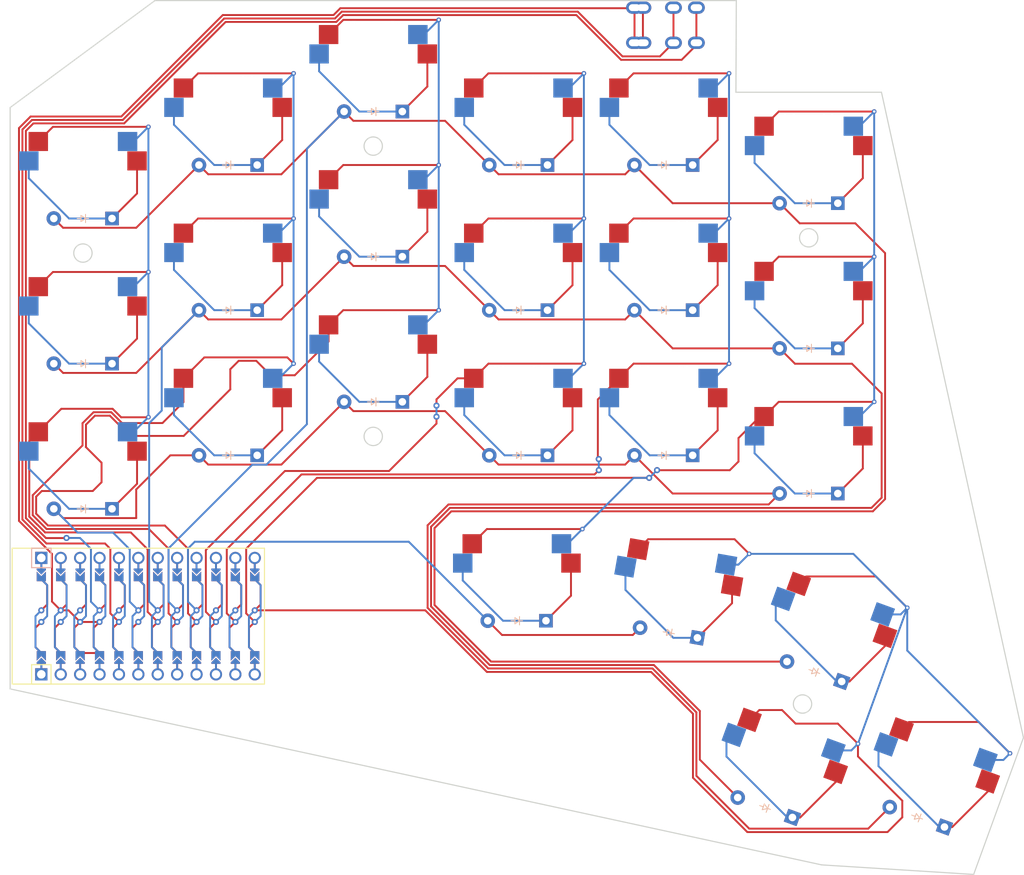
<source format=kicad_pcb>
(kicad_pcb (version 20211014) (generator pcbnew)
  (title_block (title "work_pcb") (rev "v1.0.0") (company "Unknown"))
  (layers (0 "F.Cu" signal) (31 "B.Cu" signal) (34 "B.Paste" user) (35 "F.Paste" user) (36 "B.SilkS" user "B.Silkscreen") (37 "F.SilkS" user "F.Silkscreen") (38 "B.Mask" user) (39 "F.Mask" user) (44 "Edge.Cuts" user))
  (net 0 "")
  (net 1 "pinky_bottom")
  (net 2 "P4")
  (net 3 "pinky_home")
  (net 4 "pinky_top")
  (net 5 "ring_bottom")
  (net 6 "P5")
  (net 7 "ring_home")
  (net 8 "ring_top")
  (net 9 "middle_bottom")
  (net 10 "P6")
  (net 11 "middle_home")
  (net 12 "middle_top")
  (net 13 "index_bottom")
  (net 14 "P7")
  (net 15 "index_home")
  (net 16 "index_top")
  (net 17 "inner_bottom")
  (net 18 "P8")
  (net 19 "inner_home")
  (net 20 "inner_top")
  (net 21 "extra_bottom")
  (net 22 "P9")
  (net 23 "extra_home")
  (net 24 "extra_top")
  (net 25 "pos1_wextra")
  (net 26 "pos2_cluster")
  (net 27 "P10")
  (net 28 "pos3_cluster")
  (net 29 "pos4_cluster")
  (net 30 "pos5_cluster")
  (net 31 "P20")
  (net 32 "P19")
  (net 33 "P18")
  (net 34 "P15")
  (net 35 "RAW")
  (net 36 "GND")
  (net 37 "RST")
  (net 38 "VCC")
  (net 39 "P21")
  (net 40 "P14")
  (net 41 "P16")
  (net 42 "P1")
  (net 43 "P0")
  (net 44 "P2")
  (net 45 "P3")
  (footprint "MX" (layer "F.Cu") (at 181.38 105.69)
    (fp_text reference "S14" hide)
    (fp_text value "" hide)
  )
  (footprint "ComboDiode" (layer "F.Cu") (at 124.38 110.69 180)
    (fp_text reference "D5" hide)
    (fp_text value "" hide)
  )
  (footprint "MX" (layer "F.Cu") (at 200.38 129.69)
    (fp_text reference "S16" hide)
    (fp_text value "" hide)
  )
  (footprint "VIA-0.6mm" (layer "F.Cu") (at 208.9525 103.69)
    (fp_text reference "")
    (fp_text value "")
  )
  (footprint "VIA-0.6mm" (layer "F.Cu") (at 132.9525 79.69)
    (fp_text reference "")
    (fp_text value "")
  )
  (footprint "ComboDiode" (layer "F.Cu") (at 181.38 129.69 180)
    (fp_text reference "D13" hide)
    (fp_text value "" hide)
  )
  (footprint "ComboDiode" (layer "F.Cu") (at 143.38 103.69 180)
    (fp_text reference "D8" hide)
    (fp_text value "" hide)
  )
  (footprint "VIA-0.6mm" (layer "F.Cu") (at 170.7525 139.34)
    (fp_text reference "")
    (fp_text value "")
  )
  (footprint "ComboDiode" (layer "F.Cu") (at 182.061759 152.914039 170)
    (fp_text reference "D20" hide)
    (fp_text value "" hide)
  )
  (footprint "VIA-0.6mm" (layer "F.Cu") (at 151.9525 91.69)
    (fp_text reference "")
    (fp_text value "")
  )
  (footprint "VIA-0.6mm" (layer "F.Cu") (at 170.9525 117.69)
    (fp_text reference "")
    (fp_text value "")
  )
  (footprint "VIA-0.6mm" (layer "F.Cu") (at 226.729656 168.694119 -20)
    (fp_text reference "")
    (fp_text value "")
  )
  (footprint "VIA-0.6mm" (layer "F.Cu") (at 113.9525 105.69)
    (fp_text reference "")
    (fp_text value "")
  )
  (footprint "VIA-0.6mm" (layer "F.Cu") (at 189.9525 98.69)
    (fp_text reference "")
    (fp_text value "")
  )
  (footprint "VIA-0.6mm" (layer "F.Cu") (at 189.9525 79.69)
    (fp_text reference "")
    (fp_text value "")
  )
  (footprint "VIA-0.6mm" (layer "F.Cu") (at 151.9525 110.69)
    (fp_text reference "")
    (fp_text value "")
  )
  (footprint "ComboDiode" (layer "F.Cu") (at 181.38 110.69 180)
    (fp_text reference "D14" hide)
    (fp_text value "" hide)
  )
  (footprint "MX" (layer "F.Cu") (at 200.38 91.69)
    (fp_text reference "S18" hide)
    (fp_text value "" hide)
  )
  (footprint "MX" (layer "F.Cu") (at 105.38 131.69)
    (fp_text reference "S1" hide)
    (fp_text value "" hide)
  )
  (footprint "TRRS-PJ-320A-dual" (layer "F.Cu") (at 188.88 75.69 -90)
    (fp_text reference "TRRS1")
    (fp_text value "TRRS-PJ-320A-dual")
  )
  (footprint "ComboDiode" (layer "F.Cu") (at 105.38 98.69 180)
    (fp_text reference "D3" hide)
    (fp_text value "" hide)
  )
  (footprint "MX" (layer "F.Cu") (at 162.38 86.69)
    (fp_text reference "S12" hide)
    (fp_text value "" hide)
  )
  (footprint "MX" (layer "F.Cu") (at 124.38 124.69)
    (fp_text reference "S4" hide)
    (fp_text value "" hide)
  )
  (footprint "MX" (layer "F.Cu") (at 124.38 105.69)
    (fp_text reference "S5" hide)
    (fp_text value "" hide)
  )
  (footprint "VIA-0.6mm" (layer "F.Cu") (at 170.9525 98.69)
    (fp_text reference "")
    (fp_text value "")
  )
  (footprint "VIA-0.6mm" (layer "F.Cu") (at 113.9525 124.69)
    (fp_text reference "")
    (fp_text value "")
  )
  (footprint "ComboDiode" (layer "F.Cu") (at 124.38 129.69 180)
    (fp_text reference "D4" hide)
    (fp_text value "" hide)
  )
  (footprint "MX" (layer "F.Cu") (at 216.28 172.34 -20)
    (fp_text reference "S23" hide)
    (fp_text value "" hide)
  )
  (footprint "ComboDiode" (layer "F.Cu") (at 200.38 115.69 180)
    (fp_text reference "D17" hide)
    (fp_text value "" hide)
  )
  (footprint "MX" (layer "F.Cu") (at 182.93 147.99 -10)
    (fp_text reference "S20" hide)
    (fp_text value "" hide)
  )
  (footprint "MX" (layer "F.Cu") (at 162.38 105.69)
    (fp_text reference "S11" hide)
    (fp_text value "" hide)
  )
  (footprint "VIA-0.6mm" (layer "F.Cu") (at 206.829656 167.444119 -20)
    (fp_text reference "")
    (fp_text value "")
  )
  (footprint "VIA-0.6mm" (layer "F.Cu") (at 189.9525 117.69)
    (fp_text reference "")
    (fp_text value "")
  )
  (footprint "ProMicro" (layer "F.Cu") (at 113.905 150.74)
    (fp_text reference "MCU1" hide)
    (fp_text value "")
  )
  (footprint "ComboDiode" (layer "F.Cu") (at 201.119899 157.988463 160)
    (fp_text reference "D21" hide)
    (fp_text value "" hide)
  )
  (footprint "MX" (layer "F.Cu") (at 200.38 110.69)
    (fp_text reference "S17" hide)
    (fp_text value "" hide)
  )
  (footprint "MX" (layer "F.Cu") (at 124.38 86.69)
    (fp_text reference "S6" hide)
    (fp_text value "" hide)
  )
  (footprint "ComboDiode" (layer "F.Cu") (at 105.38 136.69 180)
    (fp_text reference "D1" hide)
    (fp_text value "" hide)
  )
  (footprint "VIA-0.6mm" (layer "F.Cu") (at 151.9525 72.69)
    (fp_text reference "")
    (fp_text value "")
  )
  (footprint "MX" (layer "F.Cu") (at 105.38 112.69)
    (fp_text reference "S2" hide)
    (fp_text value "" hide)
  )
  (footprint "VIA-0.6mm" (layer "F.Cu") (at 113.9525 86.69)
    (fp_text reference "")
    (fp_text value "")
  )
  (footprint "ComboDiode" (layer "F.Cu") (at 194.669899 175.788463 160)
    (fp_text reference "D22" hide)
    (fp_text value "" hide)
  )
  (footprint "ComboDiode" (layer "F.Cu") (at 105.38 117.69 180)
    (fp_text reference "D2" hide)
    (fp_text value "" hide)
  )
  (footprint "ComboDiode" (layer "F.Cu") (at 162.38 91.69 180)
    (fp_text reference "D12" hide)
    (fp_text value "" hide)
  )
  (footprint "ComboDiode" (layer "F.Cu") (at 181.38 91.69 180)
    (fp_text reference "D15" hide)
    (fp_text value "" hide)
  )
  (footprint "ComboDiode" (layer "F.Cu") (at 200.38 96.69 180)
    (fp_text reference "D18" hide)
    (fp_text value "" hide)
  )
  (footprint "MX" (layer "F.Cu") (at 143.38 117.69)
    (fp_text reference "S7" hide)
    (fp_text value "" hide)
  )
  (footprint "VIA-0.6mm" (layer "F.Cu") (at 132.9525 98.69)
    (fp_text reference "")
    (fp_text value "")
  )
  (footprint "VIA-0.6mm" (layer "F.Cu") (at 208.9525 84.69)
    (fp_text reference "")
    (fp_text value "")
  )
  (footprint "VIA-0.6mm" (layer "F.Cu") (at 213.279656 149.644119 -20)
    (fp_text reference "")
    (fp_text value "")
  )
  (footprint "MX" (layer "F.Cu") (at 105.38 93.69)
    (fp_text reference "S3" hide)
    (fp_text value "" hide)
  )
  (footprint "VIA-0.6mm" (layer "F.Cu") (at 192.587802 142.584945 -10)
    (fp_text reference "")
    (fp_text value "")
  )
  (footprint "ComboDiode" (layer "F.Cu") (at 214.569899 177.038463 160)
    (fp_text reference "D23" hide)
    (fp_text value "" hide)
  )
  (footprint "MX" (layer "F.Cu") (at 162.38 124.69)
    (fp_text reference "S10" hide)
    (fp_text value "" hide)
  )
  (footprint "ComboDiode" (layer "F.Cu") (at 162.38 110.69 180)
    (fp_text reference "D11" hide)
    (fp_text value "" hide)
  )
  (footprint "MX" (layer "F.Cu") (at 143.38 79.69)
    (fp_text reference "S9" hide)
    (fp_text value "" hide)
  )
  (footprint "MX" (layer "F.Cu") (at 143.38 98.69)
    (fp_text reference "S8" hide)
    (fp_text value "" hide)
  )
  (footprint "VIA-0.6mm" (layer "F.Cu") (at 208.9525 122.69)
    (fp_text reference "")
    (fp_text value "")
  )
  (footprint "VIA-0.6mm" (layer "F.Cu") (at 170.9525 79.69)
    (fp_text reference "")
    (fp_text value "")
  )
  (footprint "MX" (layer "F.Cu") (at 196.38 171.09 -20)
    (fp_text reference "S22" hide)
    (fp_text value "" hide)
  )
  (footprint "ComboDiode" (layer "F.Cu") (at 200.38 134.69 180)
    (fp_text reference "D16" hide)
    (fp_text value "" hide)
  )
  (footprint "MX" (layer "F.Cu") (at 181.38 86.69)
    (fp_text reference "S15" hide)
    (fp_text value "" hide)
  )
  (footprint "MX" (layer "F.Cu") (at 181.38 124.69)
    (fp_text reference "S13" hide)
    (fp_text value "" hide)
  )
  (footprint "ComboDiode" (layer "F.Cu") (at 162.38 129.69 180)
    (fp_text reference "D10" hide)
    (fp_text value "" hide)
  )
  (footprint "VIA-0.6mm" (layer "F.Cu") (at 132.9525 117.69)
    (fp_text reference "")
    (fp_text value "")
  )
  (footprint "ComboDiode" (layer "F.Cu") (at 124.38 91.69 180)
    (fp_text reference "D6" hide)
    (fp_text value "" hide)
  )
  (footprint "ComboDiode" (layer "F.Cu") (at 143.38 84.69 180)
    (fp_text reference "D9" hide)
    (fp_text value "" hide)
  )
  (footprint "ComboDiode" (layer "F.Cu") (at 143.38 122.69 180)
    (fp_text reference "D7" hide)
    (fp_text value "" hide)
  )
  (footprint "ComboDiode" (layer "F.Cu") (at 162.18 151.34 180)
    (fp_text reference "D19" hide)
    (fp_text value "" hide)
  )
  (footprint "MX" (layer "F.Cu") (at 202.83 153.29 -20)
    (fp_text reference "S21" hide)
    (fp_text value "" hide)
  )
  (footprint "MX" (layer "F.Cu") (at 162.18 146.34)
    (fp_text reference "S19" hide)
    (fp_text value "" hide)
  )
  (gr_circle (center 200.38 101.215) (end 201.58 101.215) (layer "Edge.Cuts") (width 0.15) (fill none))
  (gr_circle (center 105.38 103.215) (end 106.58 103.215) (layer "Edge.Cuts") (width 0.15) (fill none))
  (gr_circle (center 199.572258 162.240572) (end 200.772258 162.240572) (layer "Edge.Cuts") (width 0.15) (fill none))
  (gr_line (start 202.07283 183.298314) (end 221.97283 184.548314) (layer "Edge.Cuts") (width 0.15))
  (gr_line (start 228.488314 166.64717) (end 209.905 82.165) (layer "Edge.Cuts") (width 0.15))
  (gr_line (start 190.855 82.165) (end 190.905 70.165) (layer "Edge.Cuts") (width 0.15))
  (gr_line (start 114.805 70.165) (end 95.855 84.165) (layer "Edge.Cuts") (width 0.15))
  (gr_line (start 114.805 70.165) (end 190.905 70.165) (layer "Edge.Cuts") (width 0.15))
  (gr_line (start 95.855 160.265) (end 202.07283 183.298314) (layer "Edge.Cuts") (width 0.15))
  (gr_line (start 95.855 84.165) (end 95.855 160.265) (layer "Edge.Cuts") (width 0.15))
  (gr_line (start 209.905 82.165) (end 190.855 82.165) (layer "Edge.Cuts") (width 0.15))
  (gr_line (start 221.97283 184.548314) (end 228.488314 166.64717) (layer "Edge.Cuts") (width 0.15))
  (gr_circle (center 143.38 89.215) (end 144.58 89.215) (layer "Edge.Cuts") (width 0.15) (fill none))
  (gr_circle (center 143.38 127.215) (end 144.58 127.215) (layer "Edge.Cuts") (width 0.15) (fill none))
  (segment (start 112.465 129.15) (end 112.465 133.415) (width 0.25) (layer "F.Cu") (net 1))
  (segment (start 112.465 133.415) (end 109.19 136.69) (width 0.25) (layer "F.Cu") (net 1))
  (segment (start 103.566992 136.69) (end 109.19 136.69) (width 0.25) (layer "B.Cu") (net 1))
  (segment (start 98.295 131.418008) (end 103.566992 136.69) (width 0.25) (layer "B.Cu") (net 1))
  (segment (start 98.295 129.15) (end 98.295 131.418008) (width 0.25) (layer "B.Cu") (net 1))
  (segment (start 101.458 86.69) (end 113.9525 86.69) (width 0.25) (layer "F.Cu") (net 2))
  (segment (start 99.538 107.61) (end 101.458 105.69) (width 0.25) (layer "F.Cu") (net 2))
  (segment (start 113.85052 150.17752) (end 113.85052 141.99052) (width 0.25) (layer "F.Cu") (net 2))
  (segment (start 110.381436 124.71) (end 113.9325 124.71) (width 0.25) (layer "F.Cu") (net 2))
  (segment (start 99.396212 138.75048) (end 98.35952 137.713788) (width 0.25) (layer "F.Cu") (net 2))
  (segment (start 99.538 126.61) (end 102.548 123.6) (width 0.25) (layer "F.Cu") (net 2))
  (segment (start 115.175 151.502) (end 113.85052 150.17752) (width 0.25) (layer "F.Cu") (net 2))
  (segment (start 113.85052 141.99052) (end 111.640989 139.780989) (width 0.25) (layer "F.Cu") (net 2))
  (segment (start 102.548 123.6) (end 109.271436 123.6) (width 0.25) (layer "F.Cu") (net 2))
  (segment (start 98.35952 137.713788) (end 98.35952 127.78848) (width 0.25) (layer "F.Cu") (net 2))
  (segment (start 113.9325 124.71) (end 113.9525 124.69) (width 0.25) (layer "F.Cu") (net 2))
  (segment (start 99.538 88.61) (end 101.458 86.69) (width 0.25) (layer "F.Cu") (net 2))
  (segment (start 100.436707 139.780989) (end 99.406198 138.75048) (width 0.25) (layer "F.Cu") (net 2))
  (segment (start 98.35952 127.78848) (end 99.538 126.61) (width 0.25) (layer "F.Cu") (net 2))
  (segment (start 101.458 105.69) (end 113.9525 105.69) (width 0.25) (layer "F.Cu") (net 2))
  (segment (start 99.406198 138.75048) (end 99.396212 138.75048) (width 0.25) (layer "F.Cu") (net 2))
  (segment (start 109.271436 123.6) (end 110.381436 124.71) (width 0.25) (layer "F.Cu") (net 2))
  (segment (start 111.640989 139.780989) (end 100.436707 139.780989) (width 0.25) (layer "F.Cu") (net 2))
  (segment (start 112.0325 126.61) (end 113.9525 124.69) (width 0.25) (layer "B.Cu") (net 2))
  (segment (start 112.0325 107.61) (end 113.9525 105.69) (width 0.25) (layer "B.Cu") (net 2))
  (segment (start 113.9525 105.69) (end 113.9525 124.69) (width 0.25) (layer "B.Cu") (net 2))
  (segment (start 111.222 88.61) (end 112.0325 88.61) (width 0.25) (layer "B.Cu") (net 2))
  (segment (start 111.222 107.61) (end 112.0325 107.61) (width 0.25) (layer "B.Cu") (net 2))
  (segment (start 112.0325 88.61) (end 113.9525 86.69) (width 0.25) (layer "B.Cu") (net 2))
  (segment (start 113.9525 86.69) (end 113.9525 105.69) (width 0.25) (layer "B.Cu") (net 2))
  (segment (start 111.222 126.61) (end 112.0325 126.61) (width 0.25) (layer "B.Cu") (net 2))
  (segment (start 112.465 110.15) (end 112.465 114.415) (width 0.25) (layer "F.Cu") (net 3))
  (segment (start 112.465 114.415) (end 109.19 117.69) (width 0.25) (layer "F.Cu") (net 3))
  (segment (start 98.295 110.15) (end 98.295 112.418008) (width 0.25) (layer "B.Cu") (net 3))
  (segment (start 103.566992 117.69) (end 109.19 117.69) (width 0.25) (layer "B.Cu") (net 3))
  (segment (start 98.295 112.418008) (end 103.566992 117.69) (width 0.25) (layer "B.Cu") (net 3))
  (segment (start 112.465 95.415) (end 109.19 98.69) (width 0.25) (layer "F.Cu") (net 4))
  (segment (start 112.465 91.15) (end 112.465 95.415) (width 0.25) (layer "F.Cu") (net 4))
  (segment (start 103.566992 98.69) (end 109.19 98.69) (width 0.25) (layer "B.Cu") (net 4))
  (segment (start 98.295 91.15) (end 98.295 93.418008) (width 0.25) (layer "B.Cu") (net 4))
  (segment (start 98.295 93.418008) (end 103.566992 98.69) (width 0.25) (layer "B.Cu") (net 4))
  (segment (start 131.465 122.15) (end 131.465 126.415) (width 0.25) (layer "F.Cu") (net 5))
  (segment (start 131.465 126.415) (end 128.19 129.69) (width 0.25) (layer "F.Cu") (net 5))
  (segment (start 122.566992 129.69) (end 128.19 129.69) (width 0.25) (layer "B.Cu") (net 5))
  (segment (start 117.295 124.418008) (end 122.566992 129.69) (width 0.25) (layer "B.Cu") (net 5))
  (segment (start 117.295 122.15) (end 117.295 124.418008) (width 0.25) (layer "B.Cu") (net 5))
  (segment (start 101.525421 132.195125) (end 101.525421 132.197587) (width 0.25) (layer "F.Cu") (net 6))
  (segment (start 118.538 100.61) (end 120.458 98.69) (width 0.25) (layer "F.Cu") (net 6))
  (segment (start 116.590489 150.377489) (end 117.715 151.502) (width 0.25) (layer "F.Cu") (net 6))
  (segment (start 98.80904 134.911506) (end 98.80904 137.517604) (width 0.25) (layer "F.Cu") (net 6))
  (segment (start 118.538 81.61) (end 120.458 79.69) (width 0.25) (layer "F.Cu") (net 6))
  (segment (start 118.538 119.61) (end 118.538 122.722) (width 0.25) (layer "F.Cu") (net 6))
  (segment (start 100.807587 132.915421) (end 100.805125 132.915421) (width 0.25) (layer "F.Cu") (net 6))
  (segment (start 100.805125 132.915421) (end 98.80904 134.911506) (width 0.25) (layer "F.Cu") (net 6))
  (segment (start 109.085238 124.04952) (end 106.77048 124.04952) (width 0.25) (layer "F.Cu") (net 6))
  (segment (start 118.538 122.722) (end 115.794099 125.465901) (width 0.25) (layer "F.Cu") (net 6))
  (segment (start 118.538 119.61) (end 121.278 116.87) (width 0.25) (layer "F.Cu") (net 6))
  (segment (start 121.278 116.87) (end 132.1325 116.87) (width 0.25) (layer "F.Cu") (net 6))
  (segment (start 106.77048 124.04952) (end 105.33 125.49) (width 0.25) (layer "F.Cu") (net 6))
  (segment (start 100.622905 139.331469) (end 114.011469 139.331469) (width 0.25) (layer "F.Cu") (net 6))
  (segment (start 132.1325 116.87) (end 132.9525 117.69) (width 0.25) (layer "F.Cu") (net 6))
  (segment (start 105.33 128.390546) (end 101.525421 132.195125) (width 0.25) (layer "F.Cu") (net 6))
  (segment (start 110.501619 125.465901) (end 109.085238 124.04952) (width 0.25) (layer "F.Cu") (net 6))
  (segment (start 101.525421 132.197587) (end 100.807587 132.915421) (width 0.25) (layer "F.Cu") (net 6))
  (segment (start 120.458 98.69) (end 132.9525 98.69) (width 0.25) (layer "F.Cu") (net 6))
  (segment (start 116.590489 141.910489) (end 116.590489 150.377489) (width 0.25) (layer "F.Cu") (net 6))
  (segment (start 115.794099 125.465901) (end 110.501619 125.465901) (width 0.25) (layer "F.Cu") (net 6))
  (segment (start 114.011469 139.331469) (end 116.590489 141.910489) (width 0.25) (layer "F.Cu") (net 6))
  (segment (start 120.458 79.69) (end 132.9525 79.69) (width 0.25) (layer "F.Cu") (net 6))
  (segment (start 105.33 125.49) (end 105.33 128.390546) (width 0.25) (layer "F.Cu") (net 6))
  (segment (start 98.80904 137.517604) (end 100.622905 139.331469) (width 0.25) (layer "F.Cu") (net 6))
  (segment (start 131.0325 81.61) (end 132.9525 79.69) (width 0.25) (layer "B.Cu") (net 6))
  (segment (start 130.222 81.61) (end 131.0325 81.61) (width 0.25) (layer "B.Cu") (net 6))
  (segment (start 130.222 119.61) (end 131.0325 119.61) (width 0.25) (layer "B.Cu") (net 6))
  (segment (start 130.222 100.61) (end 131.0325 100.61) (width 0.25) (layer "B.Cu") (net 6))
  (segment (start 132.9525 117.69) (end 132.9525 98.69) (width 0.25) (layer "B.Cu") (net 6))
  (segment (start 132.9525 79.69) (end 132.9525 98.69) (width 0.25) (layer "B.Cu") (net 6))
  (segment (start 131.0325 119.61) (end 132.9525 117.69) (width 0.25) (layer "B.Cu") (net 6))
  (segment (start 131.0325 100.61) (end 132.9525 98.69) (width 0.25) (layer "B.Cu") (net 6))
  (segment (start 131.465 107.415) (end 128.19 110.69) (width 0.25) (layer "F.Cu") (net 7))
  (segment (start 131.465 103.15) (end 131.465 107.415) (width 0.25) (layer "F.Cu") (net 7))
  (segment (start 117.295 103.15) (end 117.295 105.418008) (width 0.25) (layer "B.Cu") (net 7))
  (segment (start 122.566992 110.69) (end 128.19 110.69) (width 0.25) (layer "B.Cu") (net 7))
  (segment (start 117.295 105.418008) (end 122.566992 110.69) (width 0.25) (layer "B.Cu") (net 7))
  (segment (start 131.465 84.15) (end 131.465 88.415) (width 0.25) (layer "F.Cu") (net 8))
  (segment (start 131.465 88.415) (end 128.19 91.69) (width 0.25) (layer "F.Cu") (net 8))
  (segment (start 117.295 84.15) (end 117.295 86.418008) (width 0.25) (layer "B.Cu") (net 8))
  (segment (start 117.295 86.418008) (end 122.566992 91.69) (width 0.25) (layer "B.Cu") (net 8))
  (segment (start 122.566992 91.69) (end 128.19 91.69) (width 0.25) (layer "B.Cu") (net 8))
  (segment (start 150.465 119.415) (end 147.19 122.69) (width 0.25) (layer "F.Cu") (net 9))
  (segment (start 150.465 115.15) (end 150.465 119.415) (width 0.25) (layer "F.Cu") (net 9))
  (segment (start 136.295 117.418008) (end 141.566992 122.69) (width 0.25) (layer "B.Cu") (net 9))
  (segment (start 141.566992 122.69) (end 147.19 122.69) (width 0.25) (layer "B.Cu") (net 9))
  (segment (start 136.295 115.15) (end 136.295 117.418008) (width 0.25) (layer "B.Cu") (net 9))
  (segment (start 123.401429 122.321579) (end 124.67 121.053008) (width 0.25) (layer "F.Cu") (net 10))
  (segment (start 99.998726 134.36) (end 106.67 134.36) (width 0.25) (layer "F.Cu") (net 10))
  (segment (start 139.458 72.69) (end 151.9525 72.69) (width 0.25) (layer "F.Cu") (net 10))
  (segment (start 128.06952 117.31952) (end 129.96 119.21) (width 0.25) (layer "F.Cu") (net 10))
  (segment (start 99.25856 137.331405) (end 99.25856 135.100166) (width 0.25) (layer "F.Cu") (net 10))
  (segment (start 119.14 150.387) (end 119.14 143.5953) (width 0.25) (layer "F.Cu") (net 10))
  (segment (start 99.25856 135.100166) (end 99.998726 134.36) (width 0.25) (layer "F.Cu") (net 10))
  (segment (start 137.538 114.782) (end 137.538 112.61) (width 0.25) (layer "F.Cu") (net 10))
  (segment (start 124.67 118.42) (end 125.77048 117.31952) (width 0.25) (layer "F.Cu") (net 10))
  (segment (start 137.538 93.61) (end 139.458 91.69) (width 0.25) (layer "F.Cu") (net 10))
  (segment (start 105.77952 128.576743) (end 105.77952 125.676198) (width 0.25) (layer "F.Cu") (net 10))
  (segment (start 137.538 74.61) (end 139.458 72.69) (width 0.25) (layer "F.Cu") (net 10))
  (segment (start 122.011579 123.708967) (end 123.398967 122.321579) (width 0.25) (layer "F.Cu") (net 10))
  (segment (start 119.14 143.5953) (end 119.130489 143.585789) (width 0.25) (layer "F.Cu") (net 10))
  (segment (start 108.89904 124.49904) (end 111.55 127.15) (width 0.25) (layer "F.Cu") (net 10))
  (segment (start 123.398967 122.321579) (end 123.401429 122.321579) (width 0.25) (layer "F.Cu") (net 10))
  (segment (start 124.67 121.053008) (end 124.67 118.42) (width 0.25) (layer "F.Cu") (net 10))
  (segment (start 106.67 134.36) (end 107.82 133.21) (width 0.25) (layer "F.Cu") (net 10))
  (segment (start 106.956678 124.49904) (end 108.89904 124.49904) (width 0.25) (layer "F.Cu") (net 10))
  (segment (start 105.758132 128.598132) (end 105.77952 128.576743) (width 0.25) (layer "F.Cu") (net 10))
  (segment (start 125.77048 117.31952) (end 128.06952 117.31952) (width 0.25) (layer "F.Cu") (net 10))
  (segment (start 105.77952 125.676198) (end 106.956678 124.49904) (width 0.25) (layer "F.Cu") (net 10))
  (segment (start 118.573008 127.15) (end 122.011579 123.711429) (width 0.25) (layer "F.Cu") (net 10))
  (segment (start 100.809104 138.881949) (end 99.25856 137.331405) (width 0.25) (layer "F.Cu") (net 10))
  (segment (start 133.11 119.21) (end 137.538 114.782) (width 0.25) (layer "F.Cu") (net 10))
  (segment (start 107.82 133.21) (end 107.82 130.66) (width 0.25) (layer "F.Cu") (net 10))
  (segment (start 119.130489 141.910489) (end 116.101949 138.881949) (width 0.25) (layer "F.Cu") (net 10))
  (segment (start 119.130489 143.585789) (end 119.130489 141.910489) (width 0.25) (layer "F.Cu") (net 10))
  (segment (start 107.82 130.66) (end 105.758132 128.598132) (width 0.25) (layer "F.Cu") (net 10))
  (segment (start 122.011579 123.711429) (end 122.011579 123.708967) (width 0.25) (layer "F.Cu") (net 10))
  (segment (start 139.458 110.69) (end 151.9525 110.69) (width 0.25) (layer "F.Cu") (net 10))
  (segment (start 137.538 112.61) (end 139.458 110.69) (width 0.25) (layer "F.Cu") (net 10))
  (segment (start 111.55 127.15) (end 118.573008 127.15) (width 0.25) (layer "F.Cu") (net 10))
  (segment (start 120.255 151.502) (end 119.14 150.387) (width 0.25) (layer "F.Cu") (net 10))
  (segment (start 116.101949 138.881949) (end 100.809104 138.881949) (width 0.25) (layer "F.Cu") (net 10))
  (segment (start 139.458 91.69) (end 151.9525 91.69) (width 0.25) (layer "F.Cu") (net 10))
  (segment (start 129.96 119.21) (end 133.11 119.21) (width 0.25) (layer "F.Cu") (net 10))
  (segment (start 150.0325 74.61) (end 151.9525 72.69) (width 0.25) (layer "B.Cu") (net 10))
  (segment (start 151.9525 72.69) (end 151.9525 91.69) (width 0.25) (layer "B.Cu") (net 10))
  (segment (start 151.9525 91.69) (end 151.9525 110.69) (width 0.25) (layer "B.Cu") (net 10))
  (segment (start 150.0325 112.61) (end 151.9525 110.69) (width 0.25) (layer "B.Cu") (net 10))
  (segment (start 149.222 74.61) (end 150.0325 74.61) (width 0.25) (layer "B.Cu") (net 10))
  (segment (start 149.222 93.61) (end 150.0325 93.61) (width 0.25) (layer "B.Cu") (net 10))
  (segment (start 150.0325 93.61) (end 151.9525 91.69) (width 0.25) (layer "B.Cu") (net 10))
  (segment (start 149.222 112.61) (end 150.0325 112.61) (width 0.25) (layer "B.Cu") (net 10))
  (segment (start 150.465 96.15) (end 150.465 100.415) (width 0.25) (layer "F.Cu") (net 11))
  (segment (start 150.465 100.415) (end 147.19 103.69) (width 0.25) (layer "F.Cu") (net 11))
  (segment (start 136.295 96.15) (end 136.295 98.418008) (width 0.25) (layer "B.Cu") (net 11))
  (segment (start 141.566992 103.69) (end 147.19 103.69) (width 0.25) (layer "B.Cu") (net 11))
  (segment (start 136.295 98.418008) (end 141.566992 103.69) (width 0.25) (layer "B.Cu") (net 11))
  (segment (start 150.465 81.415) (end 147.19 84.69) (width 0.25) (layer "F.Cu") (net 12))
  (segment (start 150.465 77.15) (end 150.465 81.415) (width 0.25) (layer "F.Cu") (net 12))
  (segment (start 136.295 77.15) (end 136.295 79.418008) (width 0.25) (layer "B.Cu") (net 12))
  (segment (start 136.295 79.418008) (end 141.566992 84.69) (width 0.25) (layer "B.Cu") (net 12))
  (segment (start 141.566992 84.69) (end 147.19 84.69) (width 0.25) (layer "B.Cu") (net 12))
  (segment (start 169.465 126.415) (end 166.19 129.69) (width 0.25) (layer "F.Cu") (net 13))
  (segment (start 169.465 122.15) (end 169.465 126.415) (width 0.25) (layer "F.Cu") (net 13))
  (segment (start 155.295 122.15) (end 155.295 124.418008) (width 0.25) (layer "B.Cu") (net 13))
  (segment (start 160.566992 129.69) (end 166.19 129.69) (width 0.25) (layer "B.Cu") (net 13))
  (segment (start 155.295 124.418008) (end 160.566992 129.69) (width 0.25) (layer "B.Cu") (net 13))
  (segment (start 156.538 81.61) (end 158.458 79.69) (width 0.25) (layer "F.Cu") (net 14))
  (segment (start 151.66 124.628011) (end 151.66 125.53) (width 0.25) (layer "F.Cu") (net 14))
  (segment (start 156.538 100.61) (end 158.458 98.69) (width 0.25) (layer "F.Cu") (net 14))
  (segment (start 158.458 98.69) (end 170.9525 98.69) (width 0.25) (layer "F.Cu") (net 14))
  (segment (start 131.821641 131.738359) (end 121.47052 142.08948) (width 0.25) (layer "F.Cu") (net 14))
  (segment (start 151.66 123.179011) (end 151.66 122.37) (width 0.25) (layer "F.Cu") (net 14))
  (segment (start 145.451641 131.738359) (end 131.821641 131.738359) (width 0.25) (layer "F.Cu") (net 14))
  (segment (start 151.66 125.53) (end 145.451641 131.738359) (width 0.25) (layer "F.Cu") (net 14))
  (segment (start 158.458 79.69) (end 170.9525 79.69) (width 0.25) (layer "F.Cu") (net 14))
  (segment (start 151.66 122.37) (end 154.42 119.61) (width 0.25) (layer "F.Cu") (net 14))
  (segment (start 154.42 119.61) (end 156.538 119.61) (width 0.25) (layer "F.Cu") (net 14))
  (segment (start 156.538 119.61) (end 158.458 117.69) (width 0.25) (layer "F.Cu") (net 14))
  (segment (start 121.47052 150.17752) (end 122.795 151.502) (width 0.25) (layer "F.Cu") (net 14))
  (segment (start 158.458 117.69) (end 170.9525 117.69) (width 0.25) (layer "F.Cu") (net 14))
  (segment (start 121.47052 142.08948) (end 121.47052 150.17752) (width 0.25) (layer "F.Cu") (net 14))
  (via (at 151.66 124.628011) (size 0.8) (drill 0.4) (layers "F.Cu" "B.Cu") (net 14))
  (via (at 151.66 123.179011) (size 0.8) (drill 0.4) (layers "F.Cu" "B.Cu") (net 14))
  (segment (start 169.0325 100.61) (end 170.9525 98.69) (width 0.25) (layer "B.Cu") (net 14))
  (segment (start 151.66 124.628011) (end 151.66 123.179011) (width 0.25) (layer "B.Cu") (net 14))
  (segment (start 168.222 100.61) (end 169.0325 100.61) (width 0.25) (layer "B.Cu") (net 14))
  (segment (start 170.9525 79.69) (end 170.9525 98.69) (width 0.25) (layer "B.Cu") (net 14))
  (segment (start 168.222 119.61) (end 169.0325 119.61) (width 0.25) (layer "B.Cu") (net 14))
  (segment (start 168.222 81.61) (end 169.0325 81.61) (width 0.25) (layer "B.Cu") (net 14))
  (segment (start 169.0325 119.61) (end 170.9525 117.69) (width 0.25) (layer "B.Cu") (net 14))
  (segment (start 170.9525 117.69) (end 170.9525 98.69) (width 0.25) (layer "B.Cu") (net 14))
  (segment (start 169.0325 81.61) (end 170.9525 79.69) (width 0.25) (layer "B.Cu") (net 14))
  (segment (start 169.465 103.15) (end 169.465 107.415) (width 0.25) (layer "F.Cu") (net 15))
  (segment (start 169.465 107.415) (end 166.19 110.69) (width 0.25) (layer "F.Cu") (net 15))
  (segment (start 160.566992 110.69) (end 166.19 110.69) (width 0.25) (layer "B.Cu") (net 15))
  (segment (start 155.295 103.15) (end 155.295 105.418008) (width 0.25) (layer "B.Cu") (net 15))
  (segment (start 155.295 105.418008) (end 160.566992 110.69) (width 0.25) (layer "B.Cu") (net 15))
  (segment (start 169.465 88.415) (end 166.19 91.69) (width 0.25) (layer "F.Cu") (net 16))
  (segment (start 169.465 84.15) (end 169.465 88.415) (width 0.25) (layer "F.Cu") (net 16))
  (segment (start 155.295 84.15) (end 155.295 86.418008) (width 0.25) (layer "B.Cu") (net 16))
  (segment (start 155.295 86.418008) (end 160.566992 91.69) (width 0.25) (layer "B.Cu") (net 16))
  (segment (start 160.566992 91.69) (end 166.19 91.69) (width 0.25) (layer "B.Cu") (net 16))
  (segment (start 188.465 126.415) (end 185.19 129.69) (width 0.25) (layer "F.Cu") (net 17))
  (segment (start 188.465 122.15) (end 188.465 126.415) (width 0.25) (layer "F.Cu") (net 17))
  (segment (start 179.566992 129.69) (end 185.19 129.69) (width 0.25) (layer "B.Cu") (net 17))
  (segment (start 174.295 124.418008) (end 179.566992 129.69) (width 0.25) (layer "B.Cu") (net 17))
  (segment (start 174.295 122.15) (end 174.295 124.418008) (width 0.25) (layer "B.Cu") (net 17))
  (segment (start 172.91 131.628011) (end 172.350132 132.187879) (width 0.25) (layer "F.Cu") (net 18))
  (segment (start 175.538 119.61) (end 177.458 117.69) (width 0.25) (layer "F.Cu") (net 18))
  (segment (start 172.78 122.368) (end 175.538 119.61) (width 0.25) (layer "F.Cu") (net 18))
  (segment (start 175.538 100.61) (end 177.458 98.69) (width 0.25) (layer "F.Cu") (net 18))
  (segment (start 177.458 79.69) (end 189.9525 79.69) (width 0.25) (layer "F.Cu") (net 18))
  (segment (start 177.458 117.69) (end 189.9525 117.69) (width 0.25) (layer "F.Cu") (net 18))
  (segment (start 172.350132 132.187879) (end 133.992121 132.187879) (width 0.25) (layer "F.Cu") (net 18))
  (segment (start 124.210489 141.969511) (end 124.210489 150.377489) (width 0.25) (layer "F.Cu") (net 18))
  (segment (start 172.78 130.059011) (end 172.78 122.368) (width 0.25) (layer "F.Cu") (net 18))
  (segment (start 133.992121 132.187879) (end 124.210489 141.969511) (width 0.25) (layer "F.Cu") (net 18))
  (segment (start 175.538 81.61) (end 177.458 79.69) (width 0.25) (layer "F.Cu") (net 18))
  (segment (start 177.458 98.69) (end 189.9525 98.69) (width 0.25) (layer "F.Cu") (net 18))
  (segment (start 124.210489 150.377489) (end 125.335 151.502) (width 0.25) (layer "F.Cu") (net 18))
  (segment (start 172.9 130.179011) (end 172.78 130.059011) (width 0.25) (layer "F.Cu") (net 18))
  (via (at 172.91 131.628011) (size 0.8) (drill 0.4) (layers "F.Cu" "B.Cu") (net 18))
  (via (at 172.9 130.179011) (size 0.8) (drill 0.4) (layers "F.Cu" "B.Cu") (net 18))
  (segment (start 189.9525 98.69) (end 189.9525 117.69) (width 0.25) (layer "B.Cu") (net 18))
  (segment (start 187.222 81.61) (end 188.0325 81.61) (width 0.25) (layer "B.Cu") (net 18))
  (segment (start 172.9 131.618011) (end 172.9 130.179011) (width 0.25) (layer "B.Cu") (net 18))
  (segment (start 188.0325 119.61) (end 189.9525 117.69) (width 0.25) (layer "B.Cu") (net 18))
  (segment (start 188.0325 100.61) (end 189.9525 98.69) (width 0.25) (layer "B.Cu") (net 18))
  (segment (start 187.222 119.61) (end 188.0325 119.61) (width 0.25) (layer "B.Cu") (net 18))
  (segment (start 172.91 131.628011) (end 172.9 131.618011) (width 0.25) (layer "B.Cu") (net 18))
  (segment (start 187.222 100.61) (end 188.0325 100.61) (width 0.25) (layer "B.Cu") (net 18))
  (segment (start 189.9525 79.69) (end 189.9525 98.69) (width 0.25) (layer "B.Cu") (net 18))
  (segment (start 188.0325 81.61) (end 189.9525 79.69) (width 0.25) (layer "B.Cu") (net 18))
  (segment (start 188.465 107.415) (end 185.19 110.69) (width 0.25) (layer "F.Cu") (net 19))
  (segment (start 188.465 103.15) (end 188.465 107.415) (width 0.25) (layer "F.Cu") (net 19))
  (segment (start 174.295 103.15) (end 174.295 105.418008) (width 0.25) (layer "B.Cu") (net 19))
  (segment (start 174.295 105.418008) (end 179.566992 110.69) (width 0.25) (layer "B.Cu") (net 19))
  (segment (start 179.566992 110.69) (end 185.19 110.69) (width 0.25) (layer "B.Cu") (net 19))
  (segment (start 188.465 88.415) (end 185.19 91.69) (width 0.25) (layer "F.Cu") (net 20))
  (segment (start 188.465 84.15) (end 188.465 88.415) (width 0.25) (layer "F.Cu") (net 20))
  (segment (start 174.295 86.418008) (end 179.566992 91.69) (width 0.25) (layer "B.Cu") (net 20))
  (segment (start 174.295 84.15) (end 174.295 86.418008) (width 0.25) (layer "B.Cu") (net 20))
  (segment (start 179.566992 91.69) (end 185.19 91.69) (width 0.25) (layer "B.Cu") (net 20))
  (segment (start 207.465 131.415) (end 204.19 134.69) (width 0.25) (layer "F.Cu") (net 21))
  (segment (start 207.465 127.15) (end 207.465 131.415) (width 0.25) (layer "F.Cu") (net 21))
  (segment (start 198.566992 134.69) (end 204.19 134.69) (width 0.25) (layer "B.Cu") (net 21))
  (segment (start 193.295 129.418008) (end 198.566992 134.69) (width 0.25) (layer "B.Cu") (net 21))
  (segment (start 193.295 127.15) (end 193.295 129.418008) (width 0.25) (layer "B.Cu") (net 21))
  (segment (start 191.19 130.5) (end 191.19 127.43) (width 0.25) (layer "F.Cu") (net 22))
  (segment (start 194.538 124.61) (end 196.458 122.69) (width 0.25) (layer "F.Cu") (net 22))
  (segment (start 126.750489 150.377489) (end 127.875 151.502) (width 0.25) (layer "F.Cu") (net 22))
  (segment (start 136.022601 132.637399) (end 126.750489 141.909511) (width 0.25) (layer "F.Cu") (net 22))
  (segment (start 179.497701 132.642299) (end 179.485402 132.63) (width 0.25) (layer "F.Cu") (net 22))
  (segment (start 194.01 124.61) (end 194.538 124.61) (width 0.25) (layer "F.Cu") (net 22))
  (segment (start 191.19 127.43) (end 194.01 124.61) (width 0.25) (layer "F.Cu") (net 22))
  (segment (start 180.544598 131.64) (end 190.05 131.64) (width 0.25) (layer "F.Cu") (net 22))
  (segment (start 172.536329 132.637399) (end 136.022601 132.637399) (width 0.25) (layer "F.Cu") (net 22))
  (segment (start 180.532299 131.627701) (end 180.544598 131.64) (width 0.25) (layer "F.Cu") (net 22))
  (segment (start 196.458 122.69) (end 208.9525 122.69) (width 0.25) (layer "F.Cu") (net 22))
  (segment (start 194.538 105.61) (end 196.458 103.69) (width 0.25) (layer "F.Cu") (net 22))
  (segment (start 194.538 86.61) (end 196.458 84.69) (width 0.25) (layer "F.Cu") (net 22))
  (segment (start 158.258 139.34) (end 170.7525 139.34) (width 0.25) (layer "F.Cu") (net 22))
  (segment (start 190.05 131.64) (end 191.19 130.5) (width 0.25) (layer "F.Cu") (net 22))
  (segment (start 172.543729 132.63) (end 172.536329 132.637399) (width 0.25) (layer "F.Cu") (net 22))
  (segment (start 196.458 84.69) (end 208.9525 84.69) (width 0.25) (layer "F.Cu") (net 22))
  (segment (start 179.485402 132.63) (end 172.543729 132.63) (width 0.25) (layer "F.Cu") (net 22))
  (segment (start 196.458 103.69) (end 208.9525 103.69) (width 0.25) (layer "F.Cu") (net 22))
  (segment (start 156.338 141.26) (end 158.258 139.34) (width 0.25) (layer "F.Cu") (net 22))
  (segment (start 126.750489 141.909511) (end 126.750489 150.377489) (width 0.25) (layer "F.Cu") (net 22))
  (via (at 180.532299 131.627701) (size 0.8) (drill 0.4) (layers "F.Cu" "B.Cu") (net 22))
  (via (at 179.497701 132.642299) (size 0.8) (drill 0.4) (layers "F.Cu" "B.Cu") (net 22))
  (segment (start 168.022 141.26) (end 168.8325 141.26) (width 0.25) (layer "B.Cu") (net 22))
  (segment (start 208.9525 84.69) (end 208.9525 103.69) (width 0.25) (layer "B.Cu") (net 22))
  (segment (start 207.0325 105.61) (end 208.9525 103.69) (width 0.25) (layer "B.Cu") (net 22))
  (segment (start 207.0325 124.61) (end 208.9525 122.69) (width 0.25) (layer "B.Cu") (net 22))
  (segment (start 179.497701 132.642299) (end 177.457701 132.642299) (width 0.25) (layer "B.Cu") (net 22))
  (segment (start 206.222 105.61) (end 207.0325 105.61) (width 0.25) (layer "B.Cu") (net 22))
  (segment (start 206.222 86.61) (end 207.0325 86.61) (width 0.25) (layer "B.Cu") (net 22))
  (segment (start 208.9525 122.69) (end 208.9525 103.69) (width 0.25) (layer "B.Cu") (net 22))
  (segment (start 207.0325 86.61) (end 208.9525 84.69) (width 0.25) (layer "B.Cu") (net 22))
  (segment (start 170.76 139.34) (end 170.7525 139.34) (width 0.25) (layer "B.Cu") (net 22))
  (segment (start 177.457701 132.642299) (end 170.76 139.34) (width 0.25) (layer "B.Cu") (net 22))
  (segment (start 168.8325 141.26) (end 170.7525 139.34) (width 0.25) (layer "B.Cu") (net 22))
  (segment (start 179.517701 132.642299) (end 179.497701 132.642299) (width 0.25) (layer "B.Cu") (net 22))
  (segment (start 180.532299 131.627701) (end 179.517701 132.642299) (width 0.25) (layer "B.Cu") (net 22))
  (segment (start 206.222 124.61) (end 207.0325 124.61) (width 0.25) (layer "B.Cu") (net 22))
  (segment (start 207.465 112.415) (end 204.19 115.69) (width 0.25) (layer "F.Cu") (net 23))
  (segment (start 207.465 108.15) (end 207.465 112.415) (width 0.25) (layer "F.Cu") (net 23))
  (segment (start 198.566992 115.69) (end 204.19 115.69) (width 0.25) (layer "B.Cu") (net 23))
  (segment (start 193.295 108.15) (end 193.295 110.418008) (width 0.25) (layer "B.Cu") (net 23))
  (segment (start 193.295 110.418008) (end 198.566992 115.69) (width 0.25) (layer "B.Cu") (net 23))
  (segment (start 207.465 89.15) (end 207.465 93.415) (width 0.25) (layer "F.Cu") (net 24))
  (segment (start 207.465 93.415) (end 204.19 96.69) (width 0.25) (layer "F.Cu") (net 24))
  (segment (start 198.566992 96.69) (end 204.19 96.69) (width 0.25) (layer "B.Cu") (net 24))
  (segment (start 193.295 91.418008) (end 198.566992 96.69) (width 0.25) (layer "B.Cu") (net 24))
  (segment (start 193.295 89.15) (end 193.295 91.418008) (width 0.25) (layer "B.Cu") (net 24))
  (segment (start 169.265 143.8) (end 169.265 148.065) (width 0.25) (layer "F.Cu") (net 25))
  (segment (start 169.265 148.065) (end 165.99 151.34) (width 0.25) (layer "F.Cu") (net 25))
  (segment (start 160.366992 151.34) (end 165.99 151.34) (width 0.25) (layer "B.Cu") (net 25))
  (segment (start 155.095 143.8) (end 155.095 146.068008) (width 0.25) (layer "B.Cu") (net 25))
  (segment (start 155.095 146.068008) (end 160.366992 151.34) (width 0.25) (layer "B.Cu") (net 25))
  (segment (start 190.348429 146.718886) (end 190.348429 149.041087) (width 0.25) (layer "F.Cu") (net 26))
  (segment (start 190.348429 149.041087) (end 185.813877 153.575639) (width 0.25) (layer "F.Cu") (net 26))
  (segment (start 182.661941 153.575639) (end 185.813877 153.575639) (width 0.25) (layer "B.Cu") (net 26))
  (segment (start 176.393703 144.258291) (end 176.393703 147.307401) (width 0.25) (layer "B.Cu") (net 26))
  (segment (start 176.393703 147.307401) (end 182.661941 153.575639) (width 0.25) (layer "B.Cu") (net 26))
  (segment (start 212.63 174.9) (end 212.63 177.07) (width 0.25) (layer "F.Cu") (net 27))
  (segment (start 190.674446 140.671589) (end 192.587802 142.584945) (width 0.25) (layer "F.Cu") (net 27))
  (segment (start 193.916058 163.03) (end 196.89 163.03) (width 0.25) (layer "F.Cu") (net 27))
  (segment (start 178.058886 141.972724) (end 179.360021 140.671589) (width 0.25) (layer "F.Cu") (net 27))
  (segment (start 200.053035 145.543023) (end 209.17856 145.543023) (width 0.25) (layer "F.Cu") (net 27))
  (segment (start 192.345043 179.005043) (end 185.23048 171.89048) (width 0.25) (layer "F.Cu") (net 27))
  (segment (start 204.195537 164.81) (end 206.829656 167.444119) (width 0.25) (layer "F.Cu") (net 27))
  (segment (start 185.23048 163.521916) (end 179.747124 158.03856) (width 0.25) (layer "F.Cu") (net 27))
  (segment (start 158.252844 158.03856) (end 150.192283 149.978) (width 0.25) (layer "F.Cu") (net 27))
  (segment (start 179.747124 158.03856) (end 158.252844 158.03856) (width 0.25) (layer "F.Cu") (net 27))
  (segment (start 199.077778 146.51828) (end 200.053035 145.543023) (width 0.25) (layer "F.Cu") (net 27))
  (segment (start 185.23048 171.89048) (end 185.23048 163.521916) (width 0.25) (layer "F.Cu") (net 27))
  (segment (start 150.192283 149.978) (end 127.875 149.978) (width 0.25) (layer "F.Cu") (net 27))
  (segment (start 206.829656 167.444119) (end 206.829656 169.099656) (width 0.25) (layer "F.Cu") (net 27))
  (segment (start 212.63 177.07) (end 210.694957 179.005043) (width 0.25) (layer "F.Cu") (net 27))
  (segment (start 206.829656 169.099656) (end 212.63 174.9) (width 0.25) (layer "F.Cu") (net 27))
  (segment (start 212.527778 165.56828) (end 213.503035 164.593023) (width 0.25) (layer "F.Cu") (net 27))
  (segment (start 198.67 164.81) (end 204.195537 164.81) (width 0.25) (layer "F.Cu") (net 27))
  (segment (start 213.503035 164.593023) (end 222.62856 164.593023) (width 0.25) (layer "F.Cu") (net 27))
  (segment (start 192.627778 164.31828) (end 193.916058 163.03) (width 0.25) (layer "F.Cu") (net 27))
  (segment (start 179.360021 140.671589) (end 190.674446 140.671589) (width 0.25) (layer "F.Cu") (net 27))
  (segment (start 210.694957 179.005043) (end 192.345043 179.005043) (width 0.25) (layer "F.Cu") (net 27))
  (segment (start 196.89 163.03) (end 198.67 164.81) (width 0.25) (layer "F.Cu") (net 27))
  (segment (start 209.17856 145.543023) (end 213.279656 149.644119) (width 0.25) (layer "F.Cu") (net 27))
  (segment (start 222.62856 164.593023) (end 226.729656 168.694119) (width 0.25) (layer "F.Cu") (net 27))
  (segment (start 203.607147 168.314443) (end 205.959332 168.314443) (width 0.25) (layer "B.Cu") (net 27))
  (segment (start 212.409332 150.514443) (end 213.279656 149.644119) (width 0.25) (layer "B.Cu") (net 27))
  (segment (start 213.279656 149.644119) (end 213.279656 155.244119) (width 0.25) (layer "B.Cu") (net 27))
  (segment (start 206.220482 142.584945) (end 213.279656 149.644119) (width 0.25) (layer "B.Cu") (net 27))
  (segment (start 205.959332 168.314443) (end 206.829656 167.444119) (width 0.25) (layer "B.Cu") (net 27))
  (segment (start 206.829656 167.444119) (end 213.279656 149.644119) (width 0.25) (layer "B.Cu") (net 27))
  (segment (start 192.587802 142.584945) (end 206.220482 142.584945) (width 0.25) (layer "B.Cu") (net 27))
  (segment (start 223.507147 169.564443) (end 225.859332 169.564443) (width 0.25) (layer "B.Cu") (net 27))
  (segment (start 191.171118 144.001629) (end 192.587802 142.584945) (width 0.25) (layer "B.Cu") (net 27))
  (segment (start 189.56538 144.001629) (end 191.171118 144.001629) (width 0.25) (layer "B.Cu") (net 27))
  (segment (start 213.279656 155.244119) (end 226.729656 168.694119) (width 0.25) (layer "B.Cu") (net 27))
  (segment (start 225.859332 169.564443) (end 226.729656 168.694119) (width 0.25) (layer "B.Cu") (net 27))
  (segment (start 210.057147 150.514443) (end 212.409332 150.514443) (width 0.25) (layer "B.Cu") (net 27))
  (segment (start 210.356453 153.326393) (end 210.356453 154.656615) (width 0.25) (layer "F.Cu") (net 28))
  (segment (start 205.721508 159.29156) (end 204.700128 159.29156) (width 0.25) (layer "F.Cu") (net 28))
  (segment (start 210.356453 154.656615) (end 205.721508 159.29156) (width 0.25) (layer "F.Cu") (net 28))
  (segment (start 197.041009 148.479968) (end 196.065752 149.455225) (width 0.25) (layer "B.Cu") (net 28))
  (segment (start 196.065752 151.294937) (end 204.062375 159.29156) (width 0.25) (layer "B.Cu") (net 28))
  (segment (start 204.062375 159.29156) (end 204.700128 159.29156) (width 0.25) (layer "B.Cu") (net 28))
  (segment (start 196.065752 149.455225) (end 196.065752 151.294937) (width 0.25) (layer "B.Cu") (net 28))
  (segment (start 203.906453 171.126393) (end 203.906453 172.456615) (width 0.25) (layer "F.Cu") (net 29))
  (segment (start 199.271508 177.09156) (end 198.250128 177.09156) (width 0.25) (layer "F.Cu") (net 29))
  (segment (start 203.906453 172.456615) (end 199.271508 177.09156) (width 0.25) (layer "F.Cu") (net 29))
  (segment (start 197.59156 177.09156) (end 198.250128 177.09156) (width 0.25) (layer "B.Cu") (net 29))
  (segment (start 189.615752 167.255225) (end 189.615752 169.115752) (width 0.25) (layer "B.Cu") (net 29))
  (segment (start 190.591009 166.279968) (end 189.615752 167.255225) (width 0.25) (layer "B.Cu") (net 29))
  (segment (start 189.615752 169.115752) (end 197.59156 177.09156) (width 0.25) (layer "B.Cu") (net 29))
  (segment (start 219.171508 178.34156) (end 218.150128 178.34156) (width 0.25) (layer "F.Cu") (net 30))
  (segment (start 223.806453 172.376393) (end 223.806453 173.706615) (width 0.25) (layer "F.Cu") (net 30))
  (segment (start 223.806453 173.706615) (end 219.171508 178.34156) (width 0.25) (layer "F.Cu") (net 30))
  (segment (start 210.491009 167.529968) (end 209.515752 168.505225) (width 0.25) (layer "B.Cu") (net 30))
  (segment (start 209.515752 170.375752) (end 217.48156 178.34156) (width 0.25) (layer "B.Cu") (net 30))
  (segment (start 217.48156 178.34156) (end 218.150128 178.34156) (width 0.25) (layer "B.Cu") (net 30))
  (segment (start 209.515752 168.505225) (end 209.515752 170.375752) (width 0.25) (layer "B.Cu") (net 30))
  (segment (start 177.57 129.69) (end 182.57 134.69) (width 0.25) (layer "F.Cu") (net 31))
  (segment (start 112.356489 134.159229) (end 116.825718 129.69) (width 0.25) (layer "F.Cu") (net 31))
  (segment (start 182.57 134.69) (end 196.57 134.69) (width 0.25) (layer "F.Cu") (net 31))
  (segment (start 120.57 129.69) (end 121.783511 130.903511) (width 0.25) (layer "F.Cu") (net 31))
  (segment (start 140.783511 123.903511) (end 152.783511 123.903511) (width 0.25) (layer "F.Cu") (net 31))
  (segment (start 158.57 129.69) (end 159.783511 130.903511) (width 0.25) (layer "F.Cu") (net 31))
  (segment (start 185.68 163.335718) (end 179.933322 157.58904) (width 0.25) (layer "F.Cu") (net 31))
  (segment (start 150.5 138.85) (end 153.23 136.12) (width 0.25) (layer "F.Cu") (net 31))
  (segment (start 210.98967 175.735366) (end 208.169513 178.555523) (width 0.25) (layer "F.Cu") (net 31))
  (segment (start 131.356489 130.903511) (end 139.57 122.69) (width 0.25) (layer "F.Cu") (net 31))
  (segment (start 176.356489 130.903511) (end 177.57 129.69) (width 0.25) (layer "F.Cu") (net 31))
  (segment (start 208.169513 178.555523) (end 192.595523 178.555523) (width 0.25) (layer "F.Cu") (net 31))
  (segment (start 185.68 171.64) (end 185.68 163.335718) (width 0.25) (layer "F.Cu") (net 31))
  (segment (start 112.356489 137.903511) (end 112.356489 134.159229) (width 0.25) (layer "F.Cu") (net 31))
  (segment (start 153.23 136.12) (end 195.14 136.12) (width 0.25) (layer "F.Cu") (net 31))
  (segment (start 139.57 122.69) (end 140.783511 123.903511) (width 0.25) (layer "F.Cu") (net 31))
  (segment (start 102.783511 137.903511) (end 112.356489 137.903511) (width 0.25) (layer "F.Cu") (net 31))
  (segment (start 116.825718 129.69) (end 120.57 129.69) (width 0.25) (layer "F.Cu") (net 31))
  (segment (start 158.439041 157.58904) (end 150.5 149.649999) (width 0.25) (layer "F.Cu") (net 31))
  (segment (start 179.933322 157.58904) (end 158.439041 157.58904) (width 0.25) (layer "F.Cu") (net 31))
  (segment (start 195.14 136.12) (end 196.57 134.69) (width 0.25) (layer "F.Cu") (net 31))
  (segment (start 121.783511 130.903511) (end 131.356489 130.903511) (width 0.25) (layer "F.Cu") (net 31))
  (segment (start 152.783511 123.903511) (end 158.57 129.69) (width 0.25) (layer "F.Cu") (net 31))
  (segment (start 192.595523 178.555523) (end 185.68 171.64) (width 0.25) (layer "F.Cu") (net 31))
  (segment (start 150.5 149.649999) (end 150.5 138.85) (width 0.25) (layer "F.Cu") (net 31))
  (segment (start 159.783511 130.903511) (end 176.356489 130.903511) (width 0.25) (layer "F.Cu") (net 31))
  (segment (start 101.57 136.69) (end 102.783511 137.903511) (width 0.25) (layer "F.Cu") (net 31))
  (segment (start 109.32 139.81) (end 104.69 139.81) (width 0.25) (layer "B.Cu") (net 31))
  (segment (start 111.510489 148.853489) (end 111.510489 142.000489) (width 0.25) (layer "B.Cu") (net 31))
  (segment (start 104.69 139.81) (end 101.57 136.69) (width 0.25) (layer "B.Cu") (net 31))
  (segment (start 111.510489 142.000489) (end 109.32 139.81) (width 0.25) (layer "B.Cu") (net 31))
  (segment (start 112.635 149.978) (end 111.510489 148.853489) (width 0.25) (layer "B.Cu") (net 31))
  (segment (start 198.58 117.7) (end 196.57 115.69) (width 0.25) (layer "F.Cu") (net 32))
  (segment (start 191.08967 174.485366) (end 186.12952 169.525216) (width 0.25) (layer "F.Cu") (net 32))
  (segment (start 209.93 135.23) (end 209.93 121.59) (width 0.25) (layer "F.Cu") (net 32))
  (segment (start 131.356489 111.903511) (end 139.57 103.69) (width 0.25) (layer "F.Cu") (net 32))
  (segment (start 153.416198 136.56952) (end 208.59048 136.56952) (width 0.25) (layer "F.Cu") (net 32))
  (segment (start 139.57 103.69) (end 140.783511 104.903511) (width 0.25) (layer "F.Cu") (net 32))
  (segment (start 206.04 117.7) (end 198.58 117.7) (width 0.25) (layer "F.Cu") (net 32))
  (segment (start 186.12952 169.525216) (end 186.12952 163.14952) (width 0.25) (layer "F.Cu") (net 32))
  (segment (start 176.356489 111.903511) (end 177.57 110.69) (width 0.25) (layer "F.Cu") (net 32))
  (segment (start 208.59048 136.56952) (end 209.93 135.23) (width 0.25) (layer "F.Cu") (net 32))
  (segment (start 152.783511 104.903511) (end 158.57 110.69) (width 0.25) (layer "F.Cu") (net 32))
  (segment (start 150.94952 149.463802) (end 150.94952 139.036198) (width 0.25) (layer "F.Cu") (net 32))
  (segment (start 159.783511 111.903511) (end 176.356489 111.903511) (width 0.25) (layer "F.Cu") (net 32))
  (segment (start 112.356489 118.903511) (end 120.57 110.69) (width 0.25) (layer "F.Cu") (net 32))
  (segment (start 120.57 110.69) (end 121.783511 111.903511) (width 0.25) (layer "F.Cu") (net 32))
  (segment (start 101.57 117.69) (end 102.783511 118.903511) (width 0.25) (layer "F.Cu") (net 32))
  (segment (start 102.783511 118.903511) (end 112.356489 118.903511) (width 0.25) (layer "F.Cu") (net 32))
  (segment (start 121.783511 111.903511) (end 131.356489 111.903511) (width 0.25) (layer "F.Cu") (net 32))
  (segment (start 180.11952 157.13952) (end 158.625238 157.13952) (width 0.25) (layer "F.Cu") (net 32))
  (segment (start 150.94952 139.036198) (end 153.416198 136.56952) (width 0.25) (layer "F.Cu") (net 32))
  (segment (start 209.93 121.59) (end 206.04 117.7) (width 0.25) (layer "F.Cu") (net 32))
  (segment (start 140.783511 104.903511) (end 152.783511 104.903511) (width 0.25) (layer "F.Cu") (net 32))
  (segment (start 158.625238 157.13952) (end 150.94952 149.463802) (width 0.25) (layer "F.Cu") (net 32))
  (segment (start 177.57 110.69) (end 182.57 115.69) (width 0.25) (layer "F.Cu") (net 32))
  (segment (start 182.57 115.69) (end 196.57 115.69) (width 0.25) (layer "F.Cu") (net 32))
  (segment (start 158.57 110.69) (end 159.783511 111.903511) (width 0.25) (layer "F.Cu") (net 32))
  (segment (start 186.12952 163.14952) (end 180.11952 157.13952) (width 0.25) (layer "F.Cu") (net 32))
  (segment (start 115.175 149.978) (end 114.050489 148.853489) (width 0.25) (layer "B.Cu") (net 32))
  (segment (start 114.050489 148.853489) (end 114.050489 125.475204) (width 0.25) (layer "B.Cu") (net 32))
  (segment (start 115.695489 115.564511) (end 120.57 110.69) (width 0.25) (layer "B.Cu") (net 32))
  (segment (start 114.050489 125.475204) (end 115.695489 123.830204) (width 0.25) (layer "B.Cu") (net 32))
  (segment (start 115.695489 123.830204) (end 115.695489 115.564511) (width 0.25) (layer "B.Cu") (net 32))
  (segment (start 151.39904 149.277604) (end 151.39904 139.222396) (width 0.25) (layer "F.Cu") (net 33))
  (segment (start 151.39904 139.222396) (end 153.602396 137.01904) (width 0.25) (layer "F.Cu") (net 33))
  (segment (start 210.37952 135.416198) (end 210.37952 103.21952) (width 0.25) (layer "F.Cu") (net 33))
  (segment (start 208.776678 137.01904) (end 210.37952 135.416198) (width 0.25) (layer "F.Cu") (net 33))
  (segment (start 112.356489 99.903511) (end 120.57 91.69) (width 0.25) (layer "F.Cu") (net 33))
  (segment (start 102.783511 99.903511) (end 112.356489 99.903511) (width 0.25) (layer "F.Cu") (net 33))
  (segment (start 120.57 91.69) (end 121.783511 92.903511) (width 0.25) (layer "F.Cu") (net 33))
  (segment (start 131.356489 92.903511) (end 139.57 84.69) (width 0.25) (layer "F.Cu") (net 33))
  (segment (start 140.783511 85.903511) (end 152.783511 85.903511) (width 0.25) (layer "F.Cu") (net 33))
  (segment (start 210.37952 103.21952) (end 206.48 99.32) (width 0.25) (layer "F.Cu") (net 33))
  (segment (start 139.57 84.69) (end 140.783511 85.903511) (width 0.25) (layer "F.Cu") (net 33))
  (segment (start 153.602396 137.01904) (end 208.776678 137.01904) (width 0.25) (layer "F.Cu") (net 33))
  (segment (start 199.2 99.32) (end 196.57 96.69) (width 0.25) (layer "F.Cu") (net 33))
  (segment (start 182.57 96.69) (end 196.57 96.69) (width 0.25) (layer "F.Cu") (net 33))
  (segment (start 206.48 99.32) (end 199.2 99.32) (width 0.25) (layer "F.Cu") (net 33))
  (segment (start 101.57 98.69) (end 102.783511 99.903511) (width 0.25) (layer "F.Cu") (net 33))
  (segment (start 197.535036 156.69) (end 158.811436 156.69) (width 0.25) (layer "F.Cu") (net 33))
  (segment (start 177.57 91.69) (end 182.57 96.69) (width 0.25) (layer "F.Cu") (net 33))
  (segment (start 158.57 91.69) (end 159.783511 92.903511) (width 0.25) (layer "F.Cu") (net 33))
  (segment (start 159.783511 92.903511) (end 176.356489 92.903511) (width 0.25) (layer "F.Cu") (net 33))
  (segment (start 158.811436 156.69) (end 151.39904 149.277604) (width 0.25) (layer "F.Cu") (net 33))
  (segment (start 197.53967 156.685366) (end 197.535036 156.69) (width 0.25) (layer "F.Cu") (net 33))
  (segment (start 152.783511 85.903511) (end 158.57 91.69) (width 0.25) (layer "F.Cu") (net 33))
  (segment (start 176.356489 92.903511) (end 177.57 91.69) (width 0.25) (layer "F.Cu") (net 33))
  (segment (start 121.783511 92.903511) (end 131.356489 92.903511) (width 0.25) (layer "F.Cu") (net 33))
  (segment (start 116.590489 148.853489) (end 116.590489 141.869511) (width 0.25) (layer "B.Cu") (net 33))
  (segment (start 134.695489 89.564511) (end 139.57 84.69) (width 0.25) (layer "B.Cu") (net 33))
  (segment (start 116.590489 141.869511) (end 127.54 130.92) (width 0.25) (layer "B.Cu") (net 33))
  (segment (start 117.715 149.978) (end 116.590489 148.853489) (width 0.25) (layer "B.Cu") (net 33))
  (segment (start 134.695489 125.611533) (end 134.695489 89.564511) (width 0.25) (layer "B.Cu") (net 33))
  (segment (start 129.387022 130.92) (end 134.695489 125.611533) (width 0.25) (layer "B.Cu") (net 33))
  (segment (start 127.54 130.92) (end 129.387022 130.92) (width 0.25) (layer "B.Cu") (net 33))
  (segment (start 160.234939 153.204939) (end 177.357141 153.204939) (width 0.25) (layer "F.Cu") (net 34))
  (segment (start 158.37 151.34) (end 160.234939 153.204939) (width 0.25) (layer "F.Cu") (net 34))
  (segment (start 177.357141 153.204939) (end 178.309641 152.252439) (width 0.25) (layer "F.Cu") (net 34))
  (segment (start 148.03 141) (end 158.37 151.34) (width 0.25) (layer "B.Cu") (net 34))
  (segment (start 119.130489 141.889511) (end 120.02 141) (width 0.25) (layer "B.Cu") (net 34))
  (segment (start 119.130489 148.853489) (end 119.130489 141.889511) (width 0.25) (layer "B.Cu") (net 34))
  (segment (start 120.02 141) (end 148.03 141) (width 0.25) (layer "B.Cu") (net 34))
  (segment (start 120.255 149.978) (end 119.130489 148.853489) (width 0.25) (layer "B.Cu") (net 34))
  (segment (start 178.68 71.09) (end 178.68 75.69) (width 0.25) (layer "F.Cu") (net 36))
  (segment (start 177.58 71.09) (end 177.503551 71.166449) (width 0.25) (layer "F.Cu") (net 36))
  (segment (start 103.491 149.978) (end 105.015 151.502) (width 0.25) (layer "F.Cu") (net 36))
  (segment (start 101.33 148.833) (end 102.475 149.978) (width 0.25) (layer "F.Cu") (net 36))
  (segment (start 102.475 149.978) (end 103.491 149.978) (width 0.25) (layer "F.Cu") (net 36))
  (segment (start 105.015 155.566) (end 107.555 155.566) (width 0.25) (layer "F.Cu") (net 36))
  (segment (start 105.015 151.502) (end 107.555 151.502) (width 0.25) (layer "F.Cu") (net 36))
  (segment (start 138.179886 72.06096) (end 123.687604 72.06096) (width 0.25) (layer "F.Cu") (net 36))
  (segment (start 98.527124 85.34144) (end 97.01096 86.857606) (width 0.25) (layer "F.Cu") (net 36))
  (segment (start 97.01096 138.272382) (end 101.33 142.591422) (width 0.25) (layer "F.Cu") (net 36))
  (segment (start 110.407124 85.34144) (end 98.527124 85.34144) (width 0.25) (layer "F.Cu") (net 36))
  (segment (start 177.58 71.09) (end 177.58 75.69) (width 0.25) (layer "F.Cu") (net 36))
  (segment (start 177.503551 71.166449) (end 139.074398 71.166449) (width 0.25) (layer "F.Cu") (net 36))
  (segment (start 97.01096 86.857606) (end 97.01096 138.272382) (width 0.25) (layer "F.Cu") (net 36))
  (segment (start 101.33 142.591422) (end 101.33 148.833) (width 0.25) (layer "F.Cu") (net 36))
  (segment (start 123.687604 72.06096) (end 110.407124 85.34144) (width 0.25) (layer "F.Cu") (net 36))
  (segment (start 139.074398 71.166449) (end 138.179886 72.06096) (width 0.25) (layer "F.Cu") (net 36))
  (segment (start 97.91 87.23) (end 98.89952 86.24048) (width 0.25) (layer "F.Cu") (net 38))
  (segment (start 99.210014 139.2) (end 97.91 137.899986) (width 0.25) (layer "F.Cu") (net 38))
  (segment (start 99.22 139.2) (end 99.210014 139.2) (width 0.25) (layer "F.Cu") (net 38))
  (segment (start 169.965489 72.065489) (end 175.82 77.92) (width 0.25) (layer "F.Cu") (net 38))
  (segment (start 124.06 72.96) (end 138.552282 72.96) (width 0.25) (layer "F.Cu") (net 38))
  (segment (start 98.89952 86.24048) (end 110.77952 86.24048) (width 0.25) (layer "F.Cu") (net 38))
  (segment (start 185.68 75.99) (end 185.68 75.69) (width 0.25) (layer "F.Cu") (net 38))
  (segment (start 110.77952 86.24048) (end 124.06 72.96) (width 0.25) (layer "F.Cu") (net 38))
  (segment (start 97.91 137.899986) (end 97.91 87.23) (width 0.25) (layer "F.Cu") (net 38))
  (segment (start 139.446793 72.065489) (end 169.965489 72.065489) (width 0.25) (layer "F.Cu") (net 38))
  (segment (start 103.2155 140.52) (end 100.54 140.52) (width 0.25) (layer "F.Cu") (net 38))
  (segment (start 175.82 77.92) (end 183.75 77.92) (width 0.25) (layer "F.Cu") (net 38))
  (segment (start 183.75 77.92) (end 185.68 75.99) (width 0.25) (layer "F.Cu") (net 38))
  (segment (start 185.68 71.09) (end 185.68 75.69) (width 0.25) (layer "F.Cu") (net 38))
  (segment (start 100.54 140.52) (end 99.22 139.2) (width 0.25) (layer "F.Cu") (net 38))
  (segment (start 103.23 140.5055) (end 103.2155 140.52) (width 0.25) (layer "F.Cu") (net 38))
  (segment (start 138.552282 72.96) (end 139.446793 72.065489) (width 0.25) (layer "F.Cu") (net 38))
  (via (at 103.23 140.5055) (size 0.8) (drill 0.4) (layers "F.Cu" "B.Cu") (net 38))
  (segment (start 106.430489 148.853489) (end 107.555 149.978) (width 0.25) (layer "B.Cu") (net 38))
  (segment (start 106.430489 141.940489) (end 106.430489 148.853489) (width 0.25) (layer "B.Cu") (net 38))
  (segment (start 103.23 140.5055) (end 104.9955 140.5055) (width 0.25) (layer "B.Cu") (net 38))
  (segment (start 104.9955 140.5055) (end 106.430489 141.940489) (width 0.25) (layer "B.Cu") (net 38))
  (segment (start 108.27 141.23) (end 108.970489 141.930489) (width 0.25) (layer "F.Cu") (net 44))
  (segment (start 98.713323 85.79096) (end 97.46048 87.043803) (width 0.25) (layer "F.Cu") (net 44))
  (segment (start 182.68 75.69) (end 180.89952 77.47048) (width 0.25) (layer "F.Cu") (net 44))
  (segment (start 97.46048 87.043803) (end 97.46048 138.086184) (width 0.25) (layer "F.Cu") (net 44))
  (segment (start 180.89952 77.47048) (end 176.006198 77.47048) (width 0.25) (layer "F.Cu") (net 44))
  (segment (start 176.006198 77.47048) (end 170.151687 71.615969) (width 0.25) (layer "F.Cu") (net 44))
  (segment (start 108.970489 150.377489) (end 110.095 151.502) (width 0.25) (layer "F.Cu") (net 44))
  (segment (start 100.604296 141.23) (end 108.27 141.23) (width 0.25) (layer "F.Cu") (net 44))
  (segment (start 138.366084 72.51048) (end 123.873802 72.51048) (width 0.25) (layer "F.Cu") (net 44))
  (segment (start 170.151687 71.615969) (end 139.260595 71.615969) (width 0.25) (layer "F.Cu") (net 44))
  (segment (start 110.593322 85.79096) (end 98.713323 85.79096) (width 0.25) (layer "F.Cu") (net 44))
  (segment (start 123.873802 72.51048) (end 110.593322 85.79096) (width 0.25) (layer "F.Cu") (net 44))
  (segment (start 182.68 71.09) (end 182.68 75.69) (width 0.25) (layer "F.Cu") (net 44))
  (segment (start 97.46048 138.086184) (end 100.604296 141.23) (width 0.25) (layer "F.Cu") (net 44))
  (segment (start 108.970489 141.930489) (end 108.970489 150.377489) (width 0.25) (layer "F.Cu") (net 44))
  (segment (start 139.260595 71.615969) (end 138.366084 72.51048) (width 0.25) (layer "F.Cu") (net 44))
)
</source>
